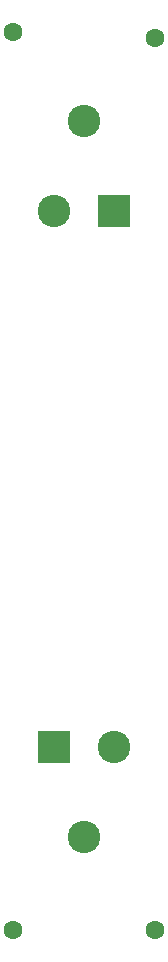
<source format=gbr>
%TF.GenerationSoftware,KiCad,Pcbnew,9.0.4*%
%TF.CreationDate,2025-10-20T17:15:32-05:00*%
%TF.ProjectId,Molecule_18650_Battery,4d6f6c65-6375-46c6-955f-31383635305f,rev?*%
%TF.SameCoordinates,Original*%
%TF.FileFunction,Soldermask,Bot*%
%TF.FilePolarity,Negative*%
%FSLAX46Y46*%
G04 Gerber Fmt 4.6, Leading zero omitted, Abs format (unit mm)*
G04 Created by KiCad (PCBNEW 9.0.4) date 2025-10-20 17:15:32*
%MOMM*%
%LPD*%
G01*
G04 APERTURE LIST*
%ADD10C,2.745000*%
%ADD11R,2.745000X2.745000*%
%ADD12C,1.600000*%
G04 APERTURE END LIST*
D10*
%TO.C,BT2*%
X7960000Y9880000D03*
X10500000Y17500000D03*
D11*
X5420000Y17500000D03*
%TD*%
D12*
%TO.C,MP1*%
X2000000Y2000000D03*
%TD*%
%TO.C,MP4*%
X14000000Y2000000D03*
%TD*%
%TO.C,MP2*%
X2000000Y78000000D03*
%TD*%
%TO.C,MP3*%
X14000000Y77500000D03*
%TD*%
D11*
%TO.C,BT1*%
X10500000Y62880000D03*
D10*
X5420000Y62880000D03*
X7960000Y70500000D03*
%TD*%
M02*

</source>
